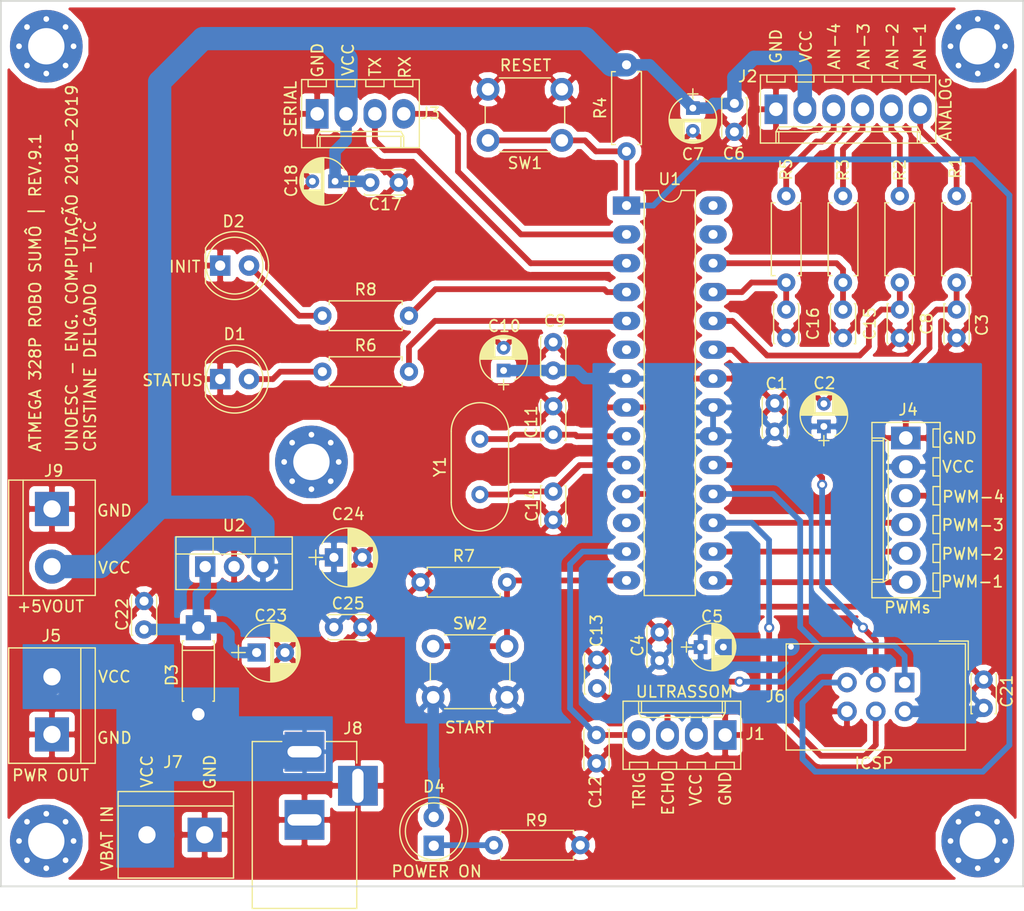
<source format=kicad_pcb>
(kicad_pcb (version 20171130) (host pcbnew "(5.0.0)")
  (title_block (title "TCC Cristiane Delgado") (date 2019-06-02) (rev 0) (company "Unoesc Chapecó") (comment 1 "Eng. de Computação"))
  (layers (0 F.Cu signal) (31 B.Cu signal) (34 B.Paste user) (35 F.Paste user) (36 B.SilkS user) (37 F.SilkS user) (38 B.Mask user) (39 F.Mask user) (44 Edge.Cuts user))
  (net 0 "")
  (net 1 GND)
  (net 2 +5V)
  (net 3 /REFLECT-1IN)
  (net 4 /REFLECT-2IN)
  (net 5 "Net-(C11-Pad2)")
  (net 6 /328P_ICSP_MIS0)
  (net 7 /ULTRASONIC-TRIGGER)
  (net 8 "Net-(C14-Pad2)")
  (net 9 /REFLECT-3IN)
  (net 10 /REFLECT-4IN)
  (net 11 "Net-(C22-Pad1)")
  (net 12 "Net-(D1-Pad2)")
  (net 13 "Net-(D2-Pad2)")
  (net 14 "Net-(D4-Pad1)")
  (net 15 /UART_TX)
  (net 16 /UART_RX)
  (net 17 /PWM-1)
  (net 18 /PWM-2)
  (net 19 /328P_ICSP_MOSI)
  (net 20 /PWM-4)
  (net 21 "Net-(D3-Pad2)")
  (net 22 /328P_ICSP_RESET)
  (net 23 /328P_ICSP_SCK)
  (net 24 /REFLECT-1)
  (net 25 /REFLECT-2)
  (net 26 /REFLECT-3)
  (net 27 /REFLECT-4)
  (net 28 "Net-(R6-Pad2)")
  (net 29 /START)
  (net 30 /INIT)
  (net 31 "Net-(U1-Pad28)")
  (net 32 "Net-(U1-Pad27)")
  (net 33 "Net-(U1-Pad12)")
  (net 34 "Net-(U1-Pad6)")
  (module Mounting_Holes:MountingHole_3.2mm_M3_Pad_Via (layer F.Cu) (at 107.3404 97.6122)
    (fp_text reference REF** hide)
    (fp_text value MountingHole_3.2mm_M3_Pad_Via)
    (pad "" thru_hole circle (at 0 0) (size 6.4 6.4) (drill 3.2) (layers *.Cu *.Mask))
    (pad 1 thru_hole circle (at 2.4 0) (size 0.8 0.8) (drill 0.5) (layers *.Cu *.Mask))
    (pad 1 thru_hole circle (at 1.697056 1.697056) (size 0.8 0.8) (drill 0.5) (layers *.Cu *.Mask))
    (pad 1 thru_hole circle (at 0 2.4) (size 0.8 0.8) (drill 0.5) (layers *.Cu *.Mask))
    (pad 1 thru_hole circle (at -1.697056 1.697056) (size 0.8 0.8) (drill 0.5) (layers *.Cu *.Mask))
    (pad 1 thru_hole circle (at -2.4 0) (size 0.8 0.8) (drill 0.5) (layers *.Cu *.Mask))
    (pad 1 thru_hole circle (at -1.697056 -1.697056) (size 0.8 0.8) (drill 0.5) (layers *.Cu *.Mask))
    (pad 1 thru_hole circle (at 0 -2.4) (size 0.8 0.8) (drill 0.5) (layers *.Cu *.Mask))
    (pad 1 thru_hole circle (at 1.697056 -1.697056) (size 0.8 0.8) (drill 0.5) (layers *.Cu *.Mask))
  )
  (module Mounting_Holes:MountingHole_3.2mm_M3_Pad_Via (layer F.Cu) (at 84 131)
    (fp_text reference REF** hide)
    (fp_text value MountingHole_3.2mm_M3_Pad_Via)
    (pad 1 thru_hole circle (at 1.697056 -1.697056) (size 0.8 0.8) (drill 0.5) (layers *.Cu *.Mask))
    (pad 1 thru_hole circle (at 0 -2.4) (size 0.8 0.8) (drill 0.5) (layers *.Cu *.Mask))
    (pad 1 thru_hole circle (at -1.697056 -1.697056) (size 0.8 0.8) (drill 0.5) (layers *.Cu *.Mask))
    (pad 1 thru_hole circle (at -2.4 0) (size 0.8 0.8) (drill 0.5) (layers *.Cu *.Mask))
    (pad 1 thru_hole circle (at -1.697056 1.697056) (size 0.8 0.8) (drill 0.5) (layers *.Cu *.Mask))
    (pad 1 thru_hole circle (at 0 2.4) (size 0.8 0.8) (drill 0.5) (layers *.Cu *.Mask))
    (pad 1 thru_hole circle (at 1.697056 1.697056) (size 0.8 0.8) (drill 0.5) (layers *.Cu *.Mask))
    (pad 1 thru_hole circle (at 2.4 0) (size 0.8 0.8) (drill 0.5) (layers *.Cu *.Mask))
    (pad "" thru_hole circle (at 0 0) (size 6.4 6.4) (drill 3.2) (layers *.Cu *.Mask))
  )
  (module Mounting_Holes:MountingHole_3.2mm_M3_Pad_Via (layer F.Cu) (at 166 131)
    (fp_text reference REF** hide)
    (fp_text value MountingHole_3.2mm_M3_Pad_Via)
    (pad 1 thru_hole circle (at 1.697056 -1.697056) (size 0.8 0.8) (drill 0.5) (layers *.Cu *.Mask))
    (pad 1 thru_hole circle (at 0 -2.4) (size 0.8 0.8) (drill 0.5) (layers *.Cu *.Mask))
    (pad 1 thru_hole circle (at -1.697056 -1.697056) (size 0.8 0.8) (drill 0.5) (layers *.Cu *.Mask))
    (pad 1 thru_hole circle (at -2.4 0) (size 0.8 0.8) (drill 0.5) (layers *.Cu *.Mask))
    (pad 1 thru_hole circle (at -1.697056 1.697056) (size 0.8 0.8) (drill 0.5) (layers *.Cu *.Mask))
    (pad 1 thru_hole circle (at 0 2.4) (size 0.8 0.8) (drill 0.5) (layers *.Cu *.Mask))
    (pad 1 thru_hole circle (at 1.697056 1.697056) (size 0.8 0.8) (drill 0.5) (layers *.Cu *.Mask))
    (pad 1 thru_hole circle (at 2.4 0) (size 0.8 0.8) (drill 0.5) (layers *.Cu *.Mask))
    (pad "" thru_hole circle (at 0 0) (size 6.4 6.4) (drill 3.2) (layers *.Cu *.Mask))
  )
  (module Capacitors_ThroughHole:C_Disc_D3.4mm_W2.1mm_P2.50mm (layer F.Cu) (at 148.1328 94.9452 90)
    (fp_text reference C1 (at 4.2164 0.1524 180) (layer F.SilkS))
    (fp_text value 0.1uF)
    (pad 1 thru_hole circle (at 0 0 90) (size 1.6 1.6) (drill 0.8) (layers *.Cu *.Mask) (net 2 +5V))
    (pad 2 thru_hole circle (at 2.5 0 90) (size 1.6 1.6) (drill 0.8) (layers *.Cu *.Mask) (net 1 GND))
  )
  (module Capacitors_THT:CP_Radial_D4.0mm_P2.00mm (layer F.Cu) (at 152.4508 94.488 90)
    (fp_text reference C2 (at 3.81 0.0508 180) (layer F.SilkS))
    (fp_text value 10uF)
    (pad 2 thru_hole circle (at 2 0 90) (size 1.2 1.2) (drill 0.6) (layers *.Cu *.Mask) (net 1 GND))
    (pad 1 thru_hole rect (at 0 0 90) (size 1.2 1.2) (drill 0.6) (layers *.Cu *.Mask) (net 2 +5V))
  )
  (module Capacitors_ThroughHole:C_Disc_D3.4mm_W2.1mm_P2.50mm (layer F.Cu) (at 164.1364 84.1896 270)
    (fp_text reference C3 (at 1.3656 -2.2336 90) (layer F.SilkS))
    (fp_text value 0.22u)
    (pad 2 thru_hole circle (at 2.5 0 270) (size 1.6 1.6) (drill 0.8) (layers *.Cu *.Mask) (net 1 GND))
    (pad 1 thru_hole circle (at 0 0 270) (size 1.6 1.6) (drill 0.8) (layers *.Cu *.Mask) (net 24 /REFLECT-1))
  )
  (module Capacitors_ThroughHole:C_Disc_D3.4mm_W2.1mm_P2.50mm (layer F.Cu) (at 137.9855 115.1128 90)
    (fp_text reference C4 (at 1.3208 -1.9304 90) (layer F.SilkS))
    (fp_text value 0.1uF)
    (pad 1 thru_hole circle (at 0 0 90) (size 1.6 1.6) (drill 0.8) (layers *.Cu *.Mask) (net 2 +5V))
    (pad 2 thru_hole circle (at 2.5 0 90) (size 1.6 1.6) (drill 0.8) (layers *.Cu *.Mask) (net 1 GND))
  )
  (module Capacitors_THT:CP_Radial_D4.0mm_P2.00mm (layer F.Cu) (at 141.605 113.919)
    (fp_text reference C5 (at 1 -2.6924) (layer F.SilkS))
    (fp_text value 10uF)
    (pad 1 thru_hole rect (at 0 0) (size 1.2 1.2) (drill 0.6) (layers *.Cu *.Mask) (net 2 +5V))
    (pad 2 thru_hole circle (at 2 0) (size 1.2 1.2) (drill 0.6) (layers *.Cu *.Mask) (net 1 GND))
  )
  (module Capacitors_ThroughHole:C_Disc_D3.4mm_W2.1mm_P2.50mm (layer F.Cu) (at 144.5768 66.04 270)
    (fp_text reference C6 (at 4.4196 0.0508) (layer F.SilkS))
    (fp_text value 0.1uF)
    (pad 2 thru_hole circle (at 2.5 0 270) (size 1.6 1.6) (drill 0.8) (layers *.Cu *.Mask) (net 1 GND))
    (pad 1 thru_hole circle (at 0 0 270) (size 1.6 1.6) (drill 0.8) (layers *.Cu *.Mask) (net 2 +5V))
  )
  (module Capacitors_THT:CP_Radial_D4.0mm_P2.00mm (layer F.Cu) (at 140.9192 66.4464 270)
    (fp_text reference C7 (at 4.064 0) (layer F.SilkS))
    (fp_text value 10uF)
    (pad 1 thru_hole rect (at 0 0 270) (size 1.2 1.2) (drill 0.6) (layers *.Cu *.Mask) (net 2 +5V))
    (pad 2 thru_hole circle (at 2 0 270) (size 1.2 1.2) (drill 0.6) (layers *.Cu *.Mask) (net 1 GND))
  )
  (module Capacitors_ThroughHole:C_Disc_D3.4mm_W2.1mm_P2.50mm (layer F.Cu) (at 159.1364 84.1896 270)
    (fp_text reference C8 (at 1.25 -2.36 270) (layer F.SilkS))
    (fp_text value 0.22u)
    (pad 1 thru_hole circle (at 0 0 270) (size 1.6 1.6) (drill 0.8) (layers *.Cu *.Mask) (net 25 /REFLECT-2))
    (pad 2 thru_hole circle (at 2.5 0 270) (size 1.6 1.6) (drill 0.8) (layers *.Cu *.Mask) (net 1 GND))
  )
  (module Capacitors_ThroughHole:C_Disc_D3.4mm_W2.1mm_P2.50mm (layer F.Cu) (at 128.6256 89.5604 90)
    (fp_text reference C9 (at 4.3688 0.1524 180) (layer F.SilkS))
    (fp_text value 0.1uF)
    (pad 1 thru_hole circle (at 0 0 90) (size 1.6 1.6) (drill 0.8) (layers *.Cu *.Mask) (net 2 +5V))
    (pad 2 thru_hole circle (at 2.5 0 90) (size 1.6 1.6) (drill 0.8) (layers *.Cu *.Mask) (net 1 GND))
  )
  (module Capacitors_THT:CP_Radial_D4.0mm_P2.00mm (layer F.Cu) (at 124.2568 89.5604 90)
    (fp_text reference C10 (at 3.9116 0.0508 180) (layer F.SilkS))
    (fp_text value 10uF)
    (pad 2 thru_hole circle (at 2 0 90) (size 1.2 1.2) (drill 0.6) (layers *.Cu *.Mask) (net 1 GND))
    (pad 1 thru_hole rect (at 0 0 90) (size 1.2 1.2) (drill 0.6) (layers *.Cu *.Mask) (net 2 +5V))
  )
  (module Capacitors_ThroughHole:C_Disc_D3.4mm_W2.1mm_P2.50mm (layer F.Cu) (at 128.6256 92.71 270)
    (fp_text reference C11 (at 1.3716 1.9304 270) (layer F.SilkS))
    (fp_text value 22pF)
    (pad 2 thru_hole circle (at 2.5 0 270) (size 1.6 1.6) (drill 0.8) (layers *.Cu *.Mask) (net 5 "Net-(C11-Pad2)"))
    (pad 1 thru_hole circle (at 0 0 270) (size 1.6 1.6) (drill 0.8) (layers *.Cu *.Mask) (net 1 GND))
  )
  (module Capacitors_ThroughHole:C_Disc_D3.4mm_W2.1mm_P2.50mm (layer F.Cu) (at 132.4356 121.666 270)
    (fp_text reference C12 (at 5.0292 0.1016 270) (layer F.SilkS))
    (fp_text value 100pF)
    (pad 2 thru_hole circle (at 2.5 0 270) (size 1.6 1.6) (drill 0.8) (layers *.Cu *.Mask) (net 1 GND))
    (pad 1 thru_hole circle (at 0 0 270) (size 1.6 1.6) (drill 0.8) (layers *.Cu *.Mask) (net 7 /ULTRASONIC-TRIGGER))
  )
  (module Capacitors_ThroughHole:C_Disc_D3.4mm_W2.1mm_P2.50mm (layer F.Cu) (at 132.4864 117.5512 90)
    (fp_text reference C13 (at 5.08 -0.0508 90) (layer F.SilkS))
    (fp_text value 100pF)
    (pad 1 thru_hole circle (at 0 0 90) (size 1.6 1.6) (drill 0.8) (layers *.Cu *.Mask) (net 6 /328P_ICSP_MIS0))
    (pad 2 thru_hole circle (at 2.5 0 90) (size 1.6 1.6) (drill 0.8) (layers *.Cu *.Mask) (net 1 GND))
  )
  (module Capacitors_ThroughHole:C_Disc_D3.4mm_W2.1mm_P2.50mm (layer F.Cu) (at 128.6256 102.7176 90)
    (fp_text reference C14 (at 1.27 -1.8796 90) (layer F.SilkS))
    (fp_text value 22pF)
    (pad 2 thru_hole circle (at 2.5 0 90) (size 1.6 1.6) (drill 0.8) (layers *.Cu *.Mask) (net 8 "Net-(C14-Pad2)"))
    (pad 1 thru_hole circle (at 0 0 90) (size 1.6 1.6) (drill 0.8) (layers *.Cu *.Mask) (net 1 GND))
  )
  (module Capacitors_ThroughHole:C_Disc_D3.4mm_W2.1mm_P2.50mm (layer F.Cu) (at 154.1364 84.1896 270)
    (fp_text reference C15 (at 1.25 -2.36 270) (layer F.SilkS))
    (fp_text value 0.22u)
    (pad 2 thru_hole circle (at 2.5 0 270) (size 1.6 1.6) (drill 0.8) (layers *.Cu *.Mask) (net 1 GND))
    (pad 1 thru_hole circle (at 0 0 270) (size 1.6 1.6) (drill 0.8) (layers *.Cu *.Mask) (net 26 /REFLECT-3))
  )
  (module Capacitors_ThroughHole:C_Disc_D3.4mm_W2.1mm_P2.50mm (layer F.Cu) (at 149.1364 84.1896 270)
    (fp_text reference C16 (at 1.25 -2.36 270) (layer F.SilkS))
    (fp_text value 0.22u)
    (pad 1 thru_hole circle (at 0 0 270) (size 1.6 1.6) (drill 0.8) (layers *.Cu *.Mask) (net 27 /REFLECT-4))
    (pad 2 thru_hole circle (at 2.5 0 270) (size 1.6 1.6) (drill 0.8) (layers *.Cu *.Mask) (net 1 GND))
  )
  (module Capacitors_ThroughHole:C_Disc_D3.4mm_W2.1mm_P2.50mm (layer F.Cu) (at 112.522 72.9996)
    (fp_text reference C17 (at 1.3208 1.9304) (layer F.SilkS))
    (fp_text value 0.1uF)
    (pad 2 thru_hole circle (at 2.5 0) (size 1.6 1.6) (drill 0.8) (layers *.Cu *.Mask) (net 1 GND))
    (pad 1 thru_hole circle (at 0 0) (size 1.6 1.6) (drill 0.8) (layers *.Cu *.Mask) (net 2 +5V))
  )
  (module Capacitors_THT:CP_Radial_D4.0mm_P2.00mm (layer F.Cu) (at 109.4232 72.898 180)
    (fp_text reference C18 (at 3.8608 0.0508 270) (layer F.SilkS))
    (fp_text value 10uF)
    (pad 1 thru_hole rect (at 0 0 180) (size 1.2 1.2) (drill 0.6) (layers *.Cu *.Mask) (net 2 +5V))
    (pad 2 thru_hole circle (at 2 0 180) (size 1.2 1.2) (drill 0.6) (layers *.Cu *.Mask) (net 1 GND))
  )
  (module Capacitors_ThroughHole:C_Disc_D3.4mm_W2.1mm_P2.50mm (layer F.Cu) (at 166.5224 119.2784 90)
    (fp_text reference C21 (at 1.4732 2.032 90) (layer F.SilkS))
    (fp_text value 0.1uF)
    (pad 2 thru_hole circle (at 2.5 0 90) (size 1.6 1.6) (drill 0.8) (layers *.Cu *.Mask) (net 1 GND))
    (pad 1 thru_hole circle (at 0 0 90) (size 1.6 1.6) (drill 0.8) (layers *.Cu *.Mask) (net 2 +5V))
  )
  (module Capacitors_ThroughHole:C_Disc_D3.4mm_W2.1mm_P2.50mm (layer F.Cu) (at 92.6084 112.3696 90)
    (fp_text reference C22 (at 1.3208 -1.9304 90) (layer F.SilkS))
    (fp_text value 0.1uF)
    (pad 1 thru_hole circle (at 0 0 90) (size 1.6 1.6) (drill 0.8) (layers *.Cu *.Mask) (net 11 "Net-(C22-Pad1)"))
    (pad 2 thru_hole circle (at 2.5 0 90) (size 1.6 1.6) (drill 0.8) (layers *.Cu *.Mask) (net 1 GND))
  )
  (module Capacitors_THT:CP_Radial_D5.0mm_P2.50mm (layer F.Cu) (at 102.5144 114.4016)
    (fp_text reference C23 (at 1.25 -3.2512) (layer F.SilkS))
    (fp_text value 100uF)
    (pad 1 thru_hole rect (at 0 0) (size 1.6 1.6) (drill 0.8) (layers *.Cu *.Mask) (net 11 "Net-(C22-Pad1)"))
    (pad 2 thru_hole circle (at 2.5 0) (size 1.6 1.6) (drill 0.8) (layers *.Cu *.Mask) (net 1 GND))
  )
  (module Capacitors_THT:CP_Radial_D5.0mm_P2.50mm (layer F.Cu) (at 109.3216 106.0196)
    (fp_text reference C24 (at 1.25 -3.81) (layer F.SilkS))
    (fp_text value 47uF)
    (pad 2 thru_hole circle (at 2.5 0) (size 1.6 1.6) (drill 0.8) (layers *.Cu *.Mask) (net 1 GND))
    (pad 1 thru_hole rect (at 0 0) (size 1.6 1.6) (drill 0.8) (layers *.Cu *.Mask) (net 2 +5V))
  )
  (module Capacitors_ThroughHole:C_Disc_D3.4mm_W2.1mm_P2.50mm (layer F.Cu) (at 109.3216 112.1664)
    (fp_text reference C25 (at 1.25 -2.0828) (layer F.SilkS))
    (fp_text value 0.1uF)
    (pad 2 thru_hole circle (at 2.5 0) (size 1.6 1.6) (drill 0.8) (layers *.Cu *.Mask) (net 1 GND))
    (pad 1 thru_hole circle (at 0 0) (size 1.6 1.6) (drill 0.8) (layers *.Cu *.Mask) (net 2 +5V))
  )
  (module LEDs:LED_D5.0mm (layer F.Cu) (at 99.3076 90.318)
    (fp_text reference D1 (at 1.27 -3.96) (layer F.SilkS))
    (fp_text value STATUS)
    (pad 1 thru_hole rect (at 0 0) (size 1.8 1.8) (drill 0.9) (layers *.Cu *.Mask) (net 1 GND))
    (pad 2 thru_hole circle (at 2.54 0) (size 1.8 1.8) (drill 0.9) (layers *.Cu *.Mask) (net 12 "Net-(D1-Pad2)"))
  )
  (module LEDs:LED_D5.0mm (layer F.Cu) (at 99.3076 80.318)
    (fp_text reference D2 (at 1.1748 -3.8894) (layer F.SilkS))
    (fp_text value INIT)
    (pad 2 thru_hole circle (at 2.54 0) (size 1.8 1.8) (drill 0.9) (layers *.Cu *.Mask) (net 13 "Net-(D2-Pad2)"))
    (pad 1 thru_hole rect (at 0 0) (size 1.8 1.8) (drill 0.9) (layers *.Cu *.Mask) (net 1 GND))
  )
  (module Diodes_THT:D_DO-41_SOD81_P7.62mm_Horizontal (layer F.Cu) (at 97.3836 112.2172 270)
    (fp_text reference D3 (at 4.1656 2.3368 270) (layer F.SilkS))
    (fp_text value 1N4007)
    (pad 2 thru_hole oval (at 7.62 0 270) (size 2.2 2.2) (drill 1.1) (layers *.Cu *.Mask) (net 21 "Net-(D3-Pad2)"))
    (pad 1 thru_hole rect (at 0 0 270) (size 2.2 2.2) (drill 1.1) (layers *.Cu *.Mask) (net 11 "Net-(C22-Pad1)"))
  )
  (module LEDs:LED_D5.0mm (layer F.Cu) (at 118.11 131.4196 90)
    (fp_text reference D4 (at 5.207 0.0254 180) (layer F.SilkS))
    (fp_text value PWR)
    (pad 2 thru_hole circle (at 2.54 0 90) (size 1.8 1.8) (drill 0.9) (layers *.Cu *.Mask) (net 2 +5V))
    (pad 1 thru_hole rect (at 0 0 90) (size 1.8 1.8) (drill 0.9) (layers *.Cu *.Mask) (net 14 "Net-(D4-Pad1)"))
  )
  (module Connectors_Molex:Molex_KK-6410-04_04x2.54mm_Straight (layer F.Cu) (at 143.764 121.666 180)
    (fp_text reference J1 (at -2.6416 0.1016 180) (layer F.SilkS))
    (fp_text value ultrassom)
    (pad 1 thru_hole rect (at 0 0 180) (size 2 2.6) (drill 1.2) (layers *.Cu *.Mask) (net 1 GND))
    (pad 2 thru_hole oval (at 2.54 0 180) (size 2 2.6) (drill 1.2) (layers *.Cu *.Mask) (net 2 +5V))
    (pad 3 thru_hole oval (at 5.08 0 180) (size 2 2.6) (drill 1.2) (layers *.Cu *.Mask) (net 6 /328P_ICSP_MIS0))
    (pad 4 thru_hole oval (at 7.62 0 180) (size 2 2.6) (drill 1.2) (layers *.Cu *.Mask) (net 7 /ULTRASONIC-TRIGGER))
  )
  (module Connectors_Molex:Molex_KK-6410-06_06x2.54mm_Straight (layer F.Cu) (at 148.2344 66.548)
    (fp_text reference J2 (at -2.4892 -2.8956) (layer F.SilkS))
    (fp_text value reflectancia-entrada)
    (pad 1 thru_hole rect (at 0 0) (size 2 2.6) (drill 1.2) (layers *.Cu *.Mask) (net 1 GND))
    (pad 2 thru_hole oval (at 2.54 0) (size 2 2.6) (drill 1.2) (layers *.Cu *.Mask) (net 2 +5V))
    (pad 3 thru_hole oval (at 5.08 0) (size 2 2.6) (drill 1.2) (layers *.Cu *.Mask) (net 10 /REFLECT-4IN))
    (pad 4 thru_hole oval (at 7.62 0) (size 2 2.6) (drill 1.2) (layers *.Cu *.Mask) (net 9 /REFLECT-3IN))
    (pad 5 thru_hole oval (at 10.16 0) (size 2 2.6) (drill 1.2) (layers *.Cu *.Mask) (net 4 /REFLECT-2IN))
    (pad 6 thru_hole oval (at 12.7 0) (size 2 2.6) (drill 1.2) (layers *.Cu *.Mask) (net 3 /REFLECT-1IN))
  )
  (module Connectors_Molex:Molex_KK-6410-04_04x2.54mm_Straight (layer F.Cu) (at 107.8484 66.9544)
    (fp_text reference J3 (at 9.9568 -0.0508) (layer F.SilkS))
    (fp_text value "SERIAL UART")
    (pad 4 thru_hole oval (at 7.62 0) (size 2 2.6) (drill 1.2) (layers *.Cu *.Mask) (net 16 /UART_RX))
    (pad 3 thru_hole oval (at 5.08 0) (size 2 2.6) (drill 1.2) (layers *.Cu *.Mask) (net 15 /UART_TX))
    (pad 2 thru_hole oval (at 2.54 0) (size 2 2.6) (drill 1.2) (layers *.Cu *.Mask) (net 2 +5V))
    (pad 1 thru_hole rect (at 0 0) (size 2 2.6) (drill 1.2) (layers *.Cu *.Mask) (net 1 GND))
  )
  (module Connectors_Molex:Molex_KK-6410-06_06x2.54mm_Straight (layer F.Cu) (at 159.6644 95.504 270)
    (fp_text reference J4 (at -2.4892 -0.2032) (layer F.SilkS))
    (fp_text value "ponte H PWM")
    (pad 6 thru_hole oval (at 12.7 0 270) (size 2 2.6) (drill 1.2) (layers *.Cu *.Mask) (net 17 /PWM-1))
    (pad 5 thru_hole oval (at 10.16 0 270) (size 2 2.6) (drill 1.2) (layers *.Cu *.Mask) (net 18 /PWM-2))
    (pad 4 thru_hole oval (at 7.62 0 270) (size 2 2.6) (drill 1.2) (layers *.Cu *.Mask) (net 19 /328P_ICSP_MOSI))
    (pad 3 thru_hole oval (at 5.08 0 270) (size 2 2.6) (drill 1.2) (layers *.Cu *.Mask) (net 20 /PWM-4))
    (pad 2 thru_hole oval (at 2.54 0 270) (size 2 2.6) (drill 1.2) (layers *.Cu *.Mask) (net 2 +5V))
    (pad 1 thru_hole rect (at 0 0 270) (size 2 2.6) (drill 1.2) (layers *.Cu *.Mask) (net 1 GND))
  )
  (module TerminalBlock:TerminalBlock_bornier-2_P5.08mm (layer F.Cu) (at 84.5 121.6152 90)
    (fp_text reference J5 (at 8.6868 -0.0508 180) (layer F.SilkS))
    (fp_text value "PWR OUT")
    (pad 2 thru_hole circle (at 5.08 0 90) (size 3 3) (drill 1.52) (layers *.Cu *.Mask) (net 21 "Net-(D3-Pad2)"))
    (pad 1 thru_hole rect (at 0 0 90) (size 3 3) (drill 1.52) (layers *.Cu *.Mask) (net 1 GND))
  )
  (module Connectors_IDC:IDC-Header_2x03_Pitch2.54mm_Straight (layer F.Cu) (at 159.5628 117.0432 270)
    (fp_text reference J6 (at 1.2192 11.3792) (layer F.SilkS))
    (fp_text value ICSP2)
    (pad 6 thru_hole oval (at 2.54 5.08 270) (size 1.7272 1.7272) (drill 1.016) (layers *.Cu *.Mask) (net 1 GND))
    (pad 5 thru_hole oval (at 0 5.08 270) (size 1.7272 1.7272) (drill 1.016) (layers *.Cu *.Mask) (net 22 /328P_ICSP_RESET))
    (pad 4 thru_hole oval (at 2.54 2.54 270) (size 1.7272 1.7272) (drill 1.016) (layers *.Cu *.Mask) (net 19 /328P_ICSP_MOSI))
    (pad 3 thru_hole oval (at 0 2.54 270) (size 1.7272 1.7272) (drill 1.016) (layers *.Cu *.Mask) (net 23 /328P_ICSP_SCK))
    (pad 2 thru_hole oval (at 2.54 0 270) (size 1.7272 1.7272) (drill 1.016) (layers *.Cu *.Mask) (net 2 +5V))
    (pad 1 thru_hole rect (at 0 0 270) (size 1.7272 1.7272) (drill 1.016) (layers *.Cu *.Mask) (net 6 /328P_ICSP_MIS0))
  )
  (module Connectors:BARREL_JACK (layer F.Cu) (at 106.7308 123.1392 90)
    (fp_text reference J8 (at 2.0574 4.2672) (layer F.SilkS))
    (fp_text value "PWR JACK")
    (pad 3 thru_hole rect (at -3 4.7 90) (size 3.5 3.5) (drill oval 3 1) (layers *.Cu *.Mask) (net 1 GND))
    (pad 2 thru_hole rect (at -6 0 90) (size 3.5 3.5) (drill oval 1 3) (layers *.Cu *.Mask) (net 1 GND))
    (pad 1 thru_hole rect (at 0 0 90) (size 3.5 3.5) (drill oval 1 3) (layers *.Cu *.Mask) (net 21 "Net-(D3-Pad2)"))
  )
  (module Resistors_ThroughHole:R_Axial_DIN0207_L6.3mm_D2.5mm_P7.62mm_Horizontal (layer F.Cu) (at 164.1364 74.1896 270)
    (fp_text reference R1 (at -2.4892 0.1016 270) (layer F.SilkS))
    (fp_text value 1k)
    (pad 2 thru_hole oval (at 7.62 0 270) (size 1.6 1.6) (drill 0.8) (layers *.Cu *.Mask) (net 24 /REFLECT-1))
    (pad 1 thru_hole circle (at 0 0 270) (size 1.6 1.6) (drill 0.8) (layers *.Cu *.Mask) (net 3 /REFLECT-1IN))
  )
  (module Resistors_ThroughHole:R_Axial_DIN0207_L6.3mm_D2.5mm_P7.62mm_Horizontal (layer F.Cu) (at 159.1364 74.1896 270)
    (fp_text reference R2 (at -2.286 0 270) (layer F.SilkS))
    (fp_text value 1k)
    (pad 1 thru_hole circle (at 0 0 270) (size 1.6 1.6) (drill 0.8) (layers *.Cu *.Mask) (net 4 /REFLECT-2IN))
    (pad 2 thru_hole oval (at 7.62 0 270) (size 1.6 1.6) (drill 0.8) (layers *.Cu *.Mask) (net 25 /REFLECT-2))
  )
  (module Resistors_ThroughHole:R_Axial_DIN0207_L6.3mm_D2.5mm_P7.62mm_Horizontal (layer F.Cu) (at 154.1364 74.1896 270)
    (fp_text reference R3 (at -2.286 0 270) (layer F.SilkS))
    (fp_text value 1k)
    (pad 1 thru_hole circle (at 0 0 270) (size 1.6 1.6) (drill 0.8) (layers *.Cu *.Mask) (net 9 /REFLECT-3IN))
    (pad 2 thru_hole oval (at 7.62 0 270) (size 1.6 1.6) (drill 0.8) (layers *.Cu *.Mask) (net 26 /REFLECT-3))
  )
  (module Resistors_ThroughHole:R_Axial_DIN0207_L6.3mm_D2.5mm_P7.62mm_Horizontal (layer F.Cu) (at 135.0772 70.2564 90)
    (fp_text reference R4 (at 3.81 -2.31 90) (layer F.SilkS))
    (fp_text value 10k)
    (pad 2 thru_hole oval (at 7.62 0 90) (size 1.6 1.6) (drill 0.8) (layers *.Cu *.Mask) (net 2 +5V))
    (pad 1 thru_hole circle (at 0 0 90) (size 1.6 1.6) (drill 0.8) (layers *.Cu *.Mask) (net 22 /328P_ICSP_RESET))
  )
  (module Resistors_ThroughHole:R_Axial_DIN0207_L6.3mm_D2.5mm_P7.62mm_Horizontal (layer F.Cu) (at 149.1364 74.1896 270)
    (fp_text reference R5 (at -2.3368 0 270) (layer F.SilkS))
    (fp_text value 1k)
    (pad 2 thru_hole oval (at 7.62 0 270) (size 1.6 1.6) (drill 0.8) (layers *.Cu *.Mask) (net 27 /REFLECT-4))
    (pad 1 thru_hole circle (at 0 0 270) (size 1.6 1.6) (drill 0.8) (layers *.Cu *.Mask) (net 10 /REFLECT-4IN))
  )
  (module Resistors_ThroughHole:R_Axial_DIN0207_L6.3mm_D2.5mm_P7.62mm_Horizontal (layer F.Cu) (at 108.3076 89.662)
    (fp_text reference R6 (at 3.81 -2.31) (layer F.SilkS))
    (fp_text value 470R)
    (pad 1 thru_hole circle (at 0 0) (size 1.6 1.6) (drill 0.8) (layers *.Cu *.Mask) (net 12 "Net-(D1-Pad2)"))
    (pad 2 thru_hole oval (at 7.62 0) (size 1.6 1.6) (drill 0.8) (layers *.Cu *.Mask) (net 28 "Net-(R6-Pad2)"))
  )
  (module Resistors_ThroughHole:R_Axial_DIN0207_L6.3mm_D2.5mm_P7.62mm_Horizontal (layer F.Cu) (at 116.9416 108.204)
    (fp_text reference R7 (at 3.81 -2.31) (layer F.SilkS))
    (fp_text value 10k)
    (pad 1 thru_hole circle (at 0 0) (size 1.6 1.6) (drill 0.8) (layers *.Cu *.Mask) (net 1 GND))
    (pad 2 thru_hole oval (at 7.62 0) (size 1.6 1.6) (drill 0.8) (layers *.Cu *.Mask) (net 29 /START))
  )
  (module Resistors_ThroughHole:R_Axial_DIN0207_L6.3mm_D2.5mm_P7.62mm_Horizontal (layer F.Cu) (at 108.3076 84.7344)
    (fp_text reference R8 (at 3.81 -2.31) (layer F.SilkS))
    (fp_text value 470R)
    (pad 2 thru_hole oval (at 7.62 0) (size 1.6 1.6) (drill 0.8) (layers *.Cu *.Mask) (net 30 /INIT))
    (pad 1 thru_hole circle (at 0 0) (size 1.6 1.6) (drill 0.8) (layers *.Cu *.Mask) (net 13 "Net-(D2-Pad2)"))
  )
  (module Resistors_ThroughHole:R_Axial_DIN0207_L6.3mm_D2.5mm_P7.62mm_Horizontal (layer F.Cu) (at 131.0132 131.3688 180)
    (fp_text reference R9 (at 3.8608 2.1844 180) (layer F.SilkS))
    (fp_text value 470R)
    (pad 2 thru_hole oval (at 7.62 0 180) (size 1.6 1.6) (drill 0.8) (layers *.Cu *.Mask) (net 14 "Net-(D4-Pad1)"))
    (pad 1 thru_hole circle (at 0 0 180) (size 1.6 1.6) (drill 0.8) (layers *.Cu *.Mask) (net 1 GND))
  )
  (module Buttons_Switches_THT:SW_PUSH_6mm_h4.3mm (layer F.Cu) (at 129.3876 69.2912 180)
    (fp_text reference SW1 (at 3.25 -2 180) (layer F.SilkS))
    (fp_text value RESET)
    (pad 1 thru_hole circle (at 6.5 0 270) (size 2 2) (drill 1.1) (layers *.Cu *.Mask) (net 22 /328P_ICSP_RESET))
    (pad 2 thru_hole circle (at 6.5 4.5 270) (size 2 2) (drill 1.1) (layers *.Cu *.Mask) (net 1 GND))
    (pad 1 thru_hole circle (at 0 0 270) (size 2 2) (drill 1.1) (layers *.Cu *.Mask) (net 22 /328P_ICSP_RESET))
    (pad 2 thru_hole circle (at 0 4.5 270) (size 2 2) (drill 1.1) (layers *.Cu *.Mask) (net 1 GND))
  )
  (module Buttons_Switches_THT:SW_PUSH_6mm_h4.3mm (layer F.Cu) (at 118.0592 113.8428)
    (fp_text reference SW2 (at 3.25 -2) (layer F.SilkS))
    (fp_text value START)
    (pad 2 thru_hole circle (at 0 4.5 90) (size 2 2) (drill 1.1) (layers *.Cu *.Mask) (net 2 +5V))
    (pad 1 thru_hole circle (at 0 0 90) (size 2 2) (drill 1.1) (layers *.Cu *.Mask) (net 29 /START))
    (pad 2 thru_hole circle (at 6.5 4.5 90) (size 2 2) (drill 1.1) (layers *.Cu *.Mask) (net 2 +5V))
    (pad 1 thru_hole circle (at 6.5 0 90) (size 2 2) (drill 1.1) (layers *.Cu *.Mask) (net 29 /START))
  )
  (module Housings_DIP:DIP-28_W7.62mm_LongPads (layer F.Cu) (at 135.0772 75.0316)
    (fp_text reference U1 (at 3.81 -2.33) (layer F.SilkS))
    (fp_text value ATmega328P-PU)
    (pad 28 thru_hole oval (at 7.62 0) (size 2.4 1.6) (drill 0.8) (layers *.Cu *.Mask) (net 31 "Net-(U1-Pad28)"))
    (pad 14 thru_hole oval (at 0 33.02) (size 2.4 1.6) (drill 0.8) (layers *.Cu *.Mask) (net 29 /START))
    (pad 27 thru_hole oval (at 7.62 2.54) (size 2.4 1.6) (drill 0.8) (layers *.Cu *.Mask) (net 32 "Net-(U1-Pad27)"))
    (pad 13 thru_hole oval (at 0 30.48) (size 2.4 1.6) (drill 0.8) (layers *.Cu *.Mask) (net 7 /ULTRASONIC-TRIGGER))
    (pad 26 thru_hole oval (at 7.62 5.08) (size 2.4 1.6) (drill 0.8) (layers *.Cu *.Mask) (net 26 /REFLECT-3))
    (pad 12 thru_hole oval (at 0 27.94) (size 2.4 1.6) (drill 0.8) (layers *.Cu *.Mask) (net 33 "Net-(U1-Pad12)"))
    (pad 25 thru_hole oval (at 7.62 7.62) (size 2.4 1.6) (drill 0.8) (layers *.Cu *.Mask) (net 27 /REFLECT-4))
    (pad 11 thru_hole oval (at 0 25.4) (size 2.4 1.6) (drill 0.8) (layers *.Cu *.Mask) (net 20 /PWM-4))
    (pad 24 thru_hole oval (at 7.62 10.16) (size 2.4 1.6) (drill 0.8) (layers *.Cu *.Mask) (net 25 /REFLECT-2))
    (pad 10 thru_hole oval (at 0 22.86) (size 2.4 1.6) (drill 0.8) (layers *.Cu *.Mask) (net 8 "Net-(C14-Pad2)"))
    (pad 23 thru_hole oval (at 7.62 12.7) (size 2.4 1.6) (drill 0.8) (layers *.Cu *.Mask) (net 24 /REFLECT-1))
    (pad 9 thru_hole oval (at 0 20.32) (size 2.4 1.6) (drill 0.8) (layers *.Cu *.Mask) (net 5 "Net-(C11-Pad2)"))
    (pad 22 thru_hole oval (at 7.62 15.24) (size 2.4 1.6) (drill 0.8) (layers *.Cu *.Mask) (net 1 GND))
    (pad 8 thru_hole oval (at 0 17.78) (size 2.4 1.6) (drill 0.8) (layers *.Cu *.Mask) (net 1 GND))
    (pad 21 thru_hole oval (at 7.62 17.78) (size 2.4 1.6) (drill 0.8) (layers *.Cu *.Mask) (net 2 +5V))
    (pad 7 thru_hole oval (at 0 15.24) (size 2.4 1.6) (drill 0.8) (layers *.Cu *.Mask) (net 2 +5V))
    (pad 20 thru_hole oval (at 7.62 20.32) (size 2.4 1.6) (drill 0.8) (layers *.Cu *.Mask) (net 2 +5V))
    (pad 6 thru_hole oval (at 0 12.7) (size 2.4 1.6) (drill 0.8) (layers *.Cu *.Mask) (net 34 "Net-(U1-Pad6)"))
    (pad 19 thru_hole oval (at 7.62 22.86) (size 2.4 1.6) (drill 0.8) (layers *.Cu *.Mask) (net 23 /328P_ICSP_SCK))
    (pad 5 thru_hole oval (at 0 10.16) (size 2.4 1.6) (drill 0.8) (layers *.Cu *.Mask) (net 28 "Net-(R6-Pad2)"))
    (pad 18 thru_hole oval (at 7.62 25.4) (size 2.4 1.6) (drill 0.8) (layers *.Cu *.Mask) (net 6 /328P_ICSP_MIS0))
    (pad 4 thru_hole oval (at 0 7.62) (size 2.4 1.6) (drill 0.8) (layers *.Cu *.Mask) (net 30 /INIT))
    (pad 17 thru_hole oval (at 7.62 27.94) (size 2.4 1.6) (drill 0.8) (layers *.Cu *.Mask) (net 19 /328P_ICSP_MOSI))
    (pad 3 thru_hole oval (at 0 5.08) (size 2.4 1.6) (drill 0.8) (layers *.Cu *.Mask) (net 15 /UART_TX))
    (pad 16 thru_hole oval (at 7.62 30.48) (size 2.4 1.6) (drill 0.8) (layers *.Cu *.Mask) (net 18 /PWM-2))
    (pad 2 thru_hole oval (at 0 2.54) (size 2.4 1.6) (drill 0.8) (layers *.Cu *.Mask) (net 16 /UART_RX))
    (pad 15 thru_hole oval (at 7.62 33.02) (size 2.4 1.6) (drill 0.8) (layers *.Cu *.Mask) (net 17 /PWM-1))
    (pad 1 thru_hole rect (at 0 0) (size 2.4 1.6) (drill 0.8) (layers *.Cu *.Mask) (net 22 /328P_ICSP_RESET))
  )
  (module TO_SOT_Packages_THT:TO-220-3_Vertical (layer F.Cu) (at 97.9932 106.8324)
    (fp_text reference U2 (at 2.54 -3.62) (layer F.SilkS))
    (fp_text value LM7805_TO220)
    (pad 3 thru_hole oval (at 5.08 0) (size 1.8 1.8) (drill 1) (layers *.Cu *.Mask) (net 2 +5V))
    (pad 2 thru_hole oval (at 2.54 0) (size 1.8 1.8) (drill 1) (layers *.Cu *.Mask) (net 1 GND))
    (pad 1 thru_hole rect (at 0 0) (size 1.8 1.8) (drill 1) (layers *.Cu *.Mask) (net 11 "Net-(C22-Pad1)"))
  )
  (module Crystals:Crystal_HC49-U_Vertical (layer F.Cu) (at 122.174 100.4824 90)
    (fp_text reference Y1 (at 2.44 -3.525 90) (layer F.SilkS))
    (fp_text value 16Mhz)
    (pad 2 thru_hole circle (at 4.88 0 90) (size 1.5 1.5) (drill 0.8) (layers *.Cu *.Mask) (net 5 "Net-(C11-Pad2)"))
    (pad 1 thru_hole circle (at 0 0 90) (size 1.5 1.5) (drill 0.8) (layers *.Cu *.Mask) (net 8 "Net-(C14-Pad2)"))
  )
  (module TerminalBlock:TerminalBlock_bornier-2_P5.08mm (layer F.Cu) (at 97.9424 130.4544 180)
    (fp_text reference J7 (at 2.794 6.4008) (layer F.SilkS))
    (fp_text value "PWR IN")
    (pad 2 thru_hole circle (at 5.08 0 180) (size 3 3) (drill 1.52) (layers *.Cu *.Mask) (net 21 "Net-(D3-Pad2)"))
    (pad 1 thru_hole rect (at 0 0 180) (size 3 3) (drill 1.52) (layers *.Cu *.Mask) (net 1 GND))
  )
  (module Mounting_Holes:MountingHole_3.2mm_M3_Pad_Via (layer F.Cu) (at 84 61)
    (fp_text reference REF** hide)
    (fp_text value MountingHole_3.2mm_M3_Pad_Via)
    (pad "" thru_hole circle (at 0 0) (size 6.4 6.4) (drill 3.2) (layers *.Cu *.Mask))
    (pad 1 thru_hole circle (at 2.4 0) (size 0.8 0.8) (drill 0.5) (layers *.Cu *.Mask))
    (pad 1 thru_hole circle (at 1.697056 1.697056) (size 0.8 0.8) (drill 0.5) (layers *.Cu *.Mask))
    (pad 1 thru_hole circle (at 0 2.4) (size 0.8 0.8) (drill 0.5) (layers *.Cu *.Mask))
    (pad 1 thru_hole circle (at -1.697056 1.697056) (size 0.8 0.8) (drill 0.5) (layers *.Cu *.Mask))
    (pad 1 thru_hole circle (at -2.4 0) (size 0.8 0.8) (drill 0.5) (layers *.Cu *.Mask))
    (pad 1 thru_hole circle (at -1.697056 -1.697056) (size 0.8 0.8) (drill 0.5) (layers *.Cu *.Mask))
    (pad 1 thru_hole circle (at 0 -2.4) (size 0.8 0.8) (drill 0.5) (layers *.Cu *.Mask))
    (pad 1 thru_hole circle (at 1.697056 -1.697056) (size 0.8 0.8) (drill 0.5) (layers *.Cu *.Mask))
  )
  (module Mounting_Holes:MountingHole_3.2mm_M3_Pad_Via (layer F.Cu) (at 166 61)
    (fp_text reference REF** hide)
    (fp_text value MountingHole_3.2mm_M3_Pad_Via)
    (pad "" thru_hole circle (at 0 0) (size 6.4 6.4) (drill 3.2) (layers *.Cu *.Mask))
    (pad 1 thru_hole circle (at 2.4 0) (size 0.8 0.8) (drill 0.5) (layers *.Cu *.Mask))
    (pad 1 thru_hole circle (at 1.697056 1.697056) (size 0.8 0.8) (drill 0.5) (layers *.Cu *.Mask))
    (pad 1 thru_hole circle (at 0 2.4) (size 0.8 0.8) (drill 0.5) (layers *.Cu *.Mask))
    (pad 1 thru_hole circle (at -1.697056 1.697056) (size 0.8 0.8) (drill 0.5) (layers *.Cu *.Mask))
    (pad 1 thru_hole circle (at -2.4 0) (size 0.8 0.8) (drill 0.5) (layers *.Cu *.Mask))
    (pad 1 thru_hole circle (at -1.697056 -1.697056) (size 0.8 0.8) (drill 0.5) (layers *.Cu *.Mask))
    (pad 1 thru_hole circle (at 0 -2.4) (size 0.8 0.8) (drill 0.5) (layers *.Cu *.Mask))
    (pad 1 thru_hole circle (at 1.697056 -1.697056) (size 0.8 0.8) (drill 0.5) (layers *.Cu *.Mask))
  )
  (module TerminalBlock:TerminalBlock_bornier-2_P5.08mm (layer F.Cu) (at 84.5 101.7524 270)
    (fp_text reference J9 (at -3.3528 -0.1524) (layer F.SilkS))
    (fp_text value 5VOUT)
    (pad 2 thru_hole circle (at 5.08 0 270) (size 3 3) (drill 1.52) (layers *.Cu *.Mask) (net 2 +5V))
    (pad 1 thru_hole rect (at 0 0 270) (size 3 3) (drill 1.52) (layers *.Cu *.Mask) (net 1 GND))
  )
  (gr_text VCC (at 90 106.934) (layer F.SilkS) (effects (font (size 1 1))))
  (gr_text GND (at 90 101.9048) (layer F.SilkS) (effects (font (size 1 1))))
  (gr_text +5VOUT (at 84.3788 110.3376) (layer F.SilkS) (effects (font (size 1 1))))
  (gr_text "ATMEGA 328P ROBO SUMÔ | REV.9.1\n\nUNOESC - ENG. COMPUTAÇÃO 2018-2019\nCRISTIANE DELGADO - TCC" (at 85.4456 96.8248 90) (layer F.SilkS) (effects (font (size 1 1)) (justify left)))
  (gr_line (start 80 135) (end 80 57) (layer Edge.Cuts) (width 0.15))
  (gr_line (start 170 135) (end 80 135) (layer Edge.Cuts) (width 0.15))
  (gr_line (start 170 57) (end 170 135) (layer Edge.Cuts) (width 0.15))
  (gr_line (start 80 57) (end 170 57) (layer Edge.Cuts) (width 0.15))
  (gr_text "POWER ON" (at 118.364 133.6802) (layer F.SilkS) (effects (font (size 1 1))))
  (gr_text VCC (at 90 116.5352) (layer F.SilkS) (effects (font (size 1 1))))
  (gr_text VCC (at 92.8624 124.8664 90) (layer F.SilkS) (effects (font (size 1 1))))
  (gr_text GND (at 98.3996 124.9172 90) (layer F.SilkS) (effects (font (size 1 1))))
  (gr_text GND (at 90 121.92) (layer F.SilkS) (effects (font (size 1 1))))
  (gr_text "PWR OUT" (at 84.3788 125.222) (layer F.SilkS) (effects (font (size 1 1))))
  (gr_text "VBAT IN" (at 89.3572 130.7592 90) (layer F.SilkS) (effects (font (size 1 1))))
  (gr_text ICSP (at 156.8704 124.1552) (layer F.SilkS) (effects (font (size 1 1))))
  (gr_text PWMs (at 159.8168 110.4392) (layer F.SilkS) (effects (font (size 1 1))))
  (gr_text PWM-1 (at 165.5064 108.1532) (layer F.SilkS) (effects (font (size 1 1))))
  (gr_text PWM-2 (at 165.5572 105.7148) (layer F.SilkS) (effects (font (size 1 1))))
  (gr_text PWM-3 (at 165.5572 103.1748) (layer F.SilkS) (effects (font (size 1 1))))
  (gr_text "PWM-4\n" (at 165.608 100.6856) (layer F.SilkS) (effects (font (size 1 1))))
  (gr_text VCC (at 164.2872 98.044) (layer F.SilkS) (effects (font (size 1 1))))
  (gr_text GND (at 164.3888 95.504) (layer F.SilkS) (effects (font (size 1 1))))
  (gr_text RX (at 115.57 62.865 90) (layer F.SilkS) (effects (font (size 1 1))))
  (gr_text TX (at 112.9538 62.8142 90) (layer F.SilkS) (effects (font (size 1 1))))
  (gr_text VCC (at 110.5662 62.1792 90) (layer F.SilkS) (effects (font (size 1 1))))
  (gr_text GND (at 107.8738 62.23 90) (layer F.SilkS) (effects (font (size 1 1))))
  (gr_text SERIAL (at 105.5116 66.548 90) (layer F.SilkS) (effects (font (size 1 1))))
  (gr_text ECHO (at 138.7348 126.746 90) (layer F.SilkS) (effects (font (size 1 1))))
  (gr_text TRIG (at 136.1948 126.5428 90) (layer F.SilkS) (effects (font (size 1 1))))
  (gr_text VCC (at 141.1732 126.492 90) (layer F.SilkS) (effects (font (size 1 1))))
  (gr_text GND (at 143.764 126.3904 90) (layer F.SilkS) (effects (font (size 1 1))))
  (gr_text ULTRASSOM (at 140.1826 117.856) (layer F.SilkS) (effects (font (size 1 1))))
  (gr_text AN-4 (at 153.3652 61 90) (layer F.SilkS) (effects (font (size 1 1))))
  (gr_text AN-3 (at 155.956 61 90) (layer F.SilkS) (effects (font (size 1 1))))
  (gr_text AN-2 (at 158.496 61 90) (layer F.SilkS) (effects (font (size 1 1))))
  (gr_text AN-1 (at 160.909 61 90) (layer F.SilkS) (effects (font (size 1 1))))
  (gr_text VCC (at 150.876 61 90) (layer F.SilkS) (effects (font (size 1 1))))
  (gr_text GND (at 148.2344 61 90) (layer F.SilkS) (effects (font (size 1 1))))
  (gr_text ANALOG (at 163.1696 66.548 90) (layer F.SilkS) (effects (font (size 1 1))))
  (gr_text INIT (at 96.1898 80.4164) (layer F.SilkS) (effects (font (size 1 1))))
  (gr_text STATUS (at 95.123 90.424) (layer F.SilkS) (effects (font (size 1 1))))
  (gr_text RESET (at 126.1872 62.6872) (layer F.SilkS) (effects (font (size 1 1))))
  (gr_text START (at 121.2596 121.0056) (layer F.SilkS) (effects (font (size 1 1))))
  (via (at 149.5552 113.8936) (size 0.89) (drill 0.51) (layers F.Cu B.Cu) (net 1))
  (segment (start 143.605 113.919) (end 149.5298 113.919) (width 1.524) (layer B.Cu) (net 1))
  (segment (start 149.5298 113.919) (end 149.5552 113.8936) (width 1.524) (layer B.Cu) (net 1))
  (segment (start 88.7476 106.8324) (end 84.6328 106.8324) (width 2.048) (layer B.Cu) (net 2))
  (segment (start 93.98 101.6) (end 88.7476 106.8324) (width 2.048) (layer B.Cu) (net 2))
  (segment (start 93.98 101.6) (end 93.98 64.135) (width 2.048) (layer B.Cu) (net 2))
  (segment (start 93.98 64.135) (end 97.79 60.325) (width 2.048) (layer B.Cu) (net 2))
  (segment (start 97.79 60.325) (end 108.585 60.325) (width 2.048) (layer B.Cu) (net 2))
  (segment (start 110.3884 62.1284) (end 110.3884 66.9544) (width 2.048) (layer B.Cu) (net 2))
  (segment (start 108.585 60.325) (end 110.3884 62.1284) (width 2.048) (layer B.Cu) (net 2))
  (segment (start 135.0772 62.6364) (end 133.7564 62.6364) (width 2.048) (layer B.Cu) (net 2))
  (segment (start 133.7564 62.6364) (end 131.445 60.325) (width 2.048) (layer B.Cu) (net 2))
  (segment (start 108.585 60.325) (end 131.445 60.325) (width 2.048) (layer B.Cu) (net 2))
  (segment (start 137.1092 62.6364) (end 140.9192 66.4464) (width 1.016) (layer B.Cu) (net 2))
  (segment (start 135.0772 62.6364) (end 137.1092 62.6364) (width 1.016) (layer B.Cu) (net 2))
  (segment (start 109.4232 70.2356) (end 109.4232 72.898) (width 1.016) (layer B.Cu) (net 2))
  (segment (start 110.3884 66.9544) (end 110.3884 69.2704) (width 1.016) (layer B.Cu) (net 2))
  (segment (start 110.3884 69.2704) (end 109.4232 70.2356) (width 1.016) (layer B.Cu) (net 2))
  (segment (start 112.4204 72.898) (end 112.522 72.9996) (width 1.016) (layer B.Cu) (net 2))
  (segment (start 109.4232 72.898) (end 112.4204 72.898) (width 1.016) (layer B.Cu) (net 2))
  (segment (start 135.0772 90.2716) (end 131.4196 90.2716) (width 1.016) (layer B.Cu) (net 2))
  (segment (start 130.7084 89.5604) (end 128.6256 89.5604) (width 1.016) (layer B.Cu) (net 2))
  (segment (start 131.4196 90.2716) (end 130.7084 89.5604) (width 1.016) (layer B.Cu) (net 2))
  (segment (start 128.6256 89.5604) (end 124.2568 89.5604) (width 1.016) (layer B.Cu) (net 2))
  (segment (start 141.224 121.666) (end 141.224 119.38) (width 1.016) (layer B.Cu) (net 2))
  (segment (start 166.2176 119.5832) (end 166.5224 119.2784) (width 1.016) (layer B.Cu) (net 2))
  (segment (start 159.5628 119.5832) (end 166.2176 119.5832) (width 1.016) (layer B.Cu) (net 2))
  (segment (start 118.0592 118.3428) (end 118.0592 124.6632) (width 1.016) (layer B.Cu) (net 2))
  (segment (start 118.11 124.714) (end 118.11 128.8796) (width 1.016) (layer B.Cu) (net 2))
  (segment (start 118.0592 124.6632) (end 118.11 124.714) (width 1.016) (layer B.Cu) (net 2))
  (segment (start 135.0772 90.2716) (end 135.4772 90.2716) (width 1.016) (layer F.Cu) (net 2))
  (segment (start 93.98 101.6) (end 101.6 101.6) (width 2.048) (layer B.Cu) (net 2))
  (segment (start 103.0732 103.0732) (end 103.0732 106.8324) (width 2.048) (layer B.Cu) (net 2))
  (segment (start 101.6 101.6) (end 103.0732 103.0732) (width 2.048) (layer B.Cu) (net 2))
  (segment (start 150.7744 66.548) (end 150.7744 62.8904) (width 1.27) (layer B.Cu) (net 2))
  (segment (start 150.7744 62.8904) (end 149.9108 62.0268) (width 1.27) (layer B.Cu) (net 2))
  (segment (start 149.9108 62.0268) (end 146.2786 62.0268) (width 1.27) (layer B.Cu) (net 2))
  (segment (start 144.5768 63.7286) (end 144.5768 66.04) (width 1.27) (layer B.Cu) (net 2))
  (segment (start 146.2786 62.0268) (end 144.5768 63.7286) (width 1.27) (layer B.Cu) (net 2))
  (segment (start 144.5768 66.04) (end 142.7226 66.04) (width 1.016) (layer B.Cu) (net 2))
  (segment (start 142.5352 66.4464) (end 140.9192 66.4464) (width 1.016) (layer B.Cu) (net 2))
  (segment (start 142.7226 66.259) (end 142.5352 66.4464) (width 1.016) (layer B.Cu) (net 2))
  (segment (start 142.7226 66.04) (end 142.7226 66.259) (width 1.016) (layer B.Cu) (net 2))
  (segment (start 164.1364 71.558) (end 164.1364 74.1896) (width 0.508) (layer F.Cu) (net 3))
  (segment (start 160.9344 66.548) (end 160.9344 68.356) (width 0.508) (layer F.Cu) (net 3))
  (segment (start 160.9344 68.356) (end 164.1364 71.558) (width 0.508) (layer F.Cu) (net 3))
  (segment (start 158.3944 68.356) (end 159.1564 69.118) (width 0.508) (layer F.Cu) (net 4))
  (segment (start 158.3944 66.548) (end 158.3944 68.356) (width 0.508) (layer F.Cu) (net 4))
  (segment (start 159.1364 69.138) (end 159.1364 74.1896) (width 0.508) (layer F.Cu) (net 4))
  (segment (start 159.1564 69.118) (end 159.1364 69.138) (width 0.508) (layer F.Cu) (net 4))
  (segment (start 135.0772 95.3516) (end 130.7084 95.3516) (width 0.508) (layer F.Cu) (net 5))
  (segment (start 130.5668 95.21) (end 128.6256 95.21) (width 0.508) (layer F.Cu) (net 5))
  (segment (start 130.7084 95.3516) (end 130.5668 95.21) (width 0.508) (layer F.Cu) (net 5))
  (segment (start 122.174 95.6024) (end 124.8696 95.6024) (width 0.508) (layer F.Cu) (net 5))
  (segment (start 125.262 95.21) (end 128.6256 95.21) (width 0.508) (layer F.Cu) (net 5))
  (segment (start 124.8696 95.6024) (end 125.262 95.21) (width 0.508) (layer F.Cu) (net 5))
  (segment (start 133.286399 118.351199) (end 138.061599 118.351199) (width 0.508) (layer F.Cu) (net 6))
  (segment (start 132.4864 117.5512) (end 133.286399 118.351199) (width 0.508) (layer F.Cu) (net 6))
  (segment (start 138.684 118.9736) (end 138.684 121.666) (width 0.508) (layer F.Cu) (net 6))
  (segment (start 138.061599 118.351199) (end 138.684 118.9736) (width 0.508) (layer F.Cu) (net 6))
  (segment (start 142.6972 100.4316) (end 147.9804 100.4316) (width 0.508) (layer B.Cu) (net 6))
  (segment (start 147.9804 100.4316) (end 150.368 102.8192) (width 0.508) (layer B.Cu) (net 6))
  (segment (start 150.368 102.8192) (end 150.368 112.1664) (width 0.508) (layer B.Cu) (net 6))
  (segment (start 150.368 112.1664) (end 151.9936 113.792) (width 0.508) (layer B.Cu) (net 6))
  (segment (start 151.9936 113.792) (end 158.6484 113.792) (width 0.508) (layer B.Cu) (net 6))
  (segment (start 159.5628 114.7064) (end 159.5628 117.0432) (width 0.508) (layer B.Cu) (net 6))
  (segment (start 158.6484 113.792) (end 159.5628 114.7064) (width 0.508) (layer B.Cu) (net 6))
  (segment (start 138.684 121.666) (end 138.684 118.6815) (width 0.508) (layer F.Cu) (net 6))
  (segment (start 138.684 118.6815) (end 140.3985 116.967) (width 0.508) (layer F.Cu) (net 6))
  (via (at 145.034 116.967) (size 0.89) (drill 0.51) (layers F.Cu B.Cu) (net 6))
  (segment (start 140.3985 116.967) (end 145.034 116.967) (width 0.508) (layer F.Cu) (net 6))
  (segment (start 148.8186 116.967) (end 151.9936 113.792) (width 0.508) (layer B.Cu) (net 6))
  (segment (start 145.034 116.967) (end 148.8186 116.967) (width 0.508) (layer B.Cu) (net 6))
  (segment (start 132.4356 121.666) (end 136.144 121.666) (width 0.508) (layer F.Cu) (net 7))
  (segment (start 131.635601 120.866001) (end 131.635601 120.840601) (width 0.508) (layer B.Cu) (net 7))
  (segment (start 132.4356 121.666) (end 131.635601 120.866001) (width 0.508) (layer B.Cu) (net 7))
  (segment (start 131.635601 120.840601) (end 130.1115 119.3165) (width 0.508) (layer B.Cu) (net 7))
  (segment (start 130.1115 119.3165) (end 130.1115 106.6165) (width 0.508) (layer B.Cu) (net 7))
  (segment (start 131.2164 105.5116) (end 135.0772 105.5116) (width 0.508) (layer B.Cu) (net 7))
  (segment (start 130.1115 106.6165) (end 131.2164 105.5116) (width 0.508) (layer B.Cu) (net 7))
  (segment (start 130.9516 97.8916) (end 128.6256 100.2176) (width 0.508) (layer F.Cu) (net 8))
  (segment (start 135.0772 97.8916) (end 130.9516 97.8916) (width 0.508) (layer F.Cu) (net 8))
  (segment (start 122.174 100.4824) (end 124.8156 100.4824) (width 0.508) (layer F.Cu) (net 8))
  (segment (start 125.0804 100.2176) (end 128.6256 100.2176) (width 0.508) (layer F.Cu) (net 8))
  (segment (start 124.8156 100.4824) (end 125.0804 100.2176) (width 0.508) (layer F.Cu) (net 8))
  (segment (start 154.1364 70.074) (end 154.1364 74.1896) (width 0.508) (layer F.Cu) (net 9))
  (segment (start 155.8544 66.548) (end 155.8544 68.356) (width 0.508) (layer F.Cu) (net 9))
  (segment (start 155.8544 68.356) (end 154.1364 70.074) (width 0.508) (layer F.Cu) (net 9))
  (segment (start 153.3144 68.356) (end 153.3144 66.548) (width 0.508) (layer F.Cu) (net 10))
  (segment (start 152.2776 69.3928) (end 153.3144 68.356) (width 0.508) (layer F.Cu) (net 10))
  (segment (start 151.7904 69.3928) (end 152.2776 69.3928) (width 0.508) (layer F.Cu) (net 10))
  (segment (start 149.1364 72.0468) (end 151.7904 69.3928) (width 0.508) (layer F.Cu) (net 10))
  (segment (start 149.1364 74.1896) (end 149.1364 72.0468) (width 0.508) (layer F.Cu) (net 10))
  (segment (start 97.3836 112.2172) (end 97.3836 109.2708) (width 1.016) (layer B.Cu) (net 11))
  (segment (start 97.9932 108.7484) (end 97.9932 106.8324) (width 1.016) (layer B.Cu) (net 11))
  (segment (start 97.4708 109.2708) (end 97.9932 108.7484) (width 1.016) (layer B.Cu) (net 11))
  (segment (start 97.3836 109.2708) (end 97.4708 109.2708) (width 1.016) (layer B.Cu) (net 11))
  (segment (start 97.2312 112.3696) (end 97.3836 112.2172) (width 1.016) (layer B.Cu) (net 11))
  (segment (start 92.6084 112.3696) (end 97.2312 112.3696) (width 1.016) (layer B.Cu) (net 11))
  (segment (start 100.6984 114.4016) (end 100.076 113.7792) (width 1.016) (layer B.Cu) (net 11))
  (segment (start 102.5144 114.4016) (end 100.6984 114.4016) (width 1.016) (layer B.Cu) (net 11))
  (segment (start 99.4996 112.2172) (end 97.3836 112.2172) (width 1.016) (layer B.Cu) (net 11))
  (segment (start 100.076 112.7936) (end 99.4996 112.2172) (width 1.016) (layer B.Cu) (net 11))
  (segment (start 100.076 113.7792) (end 100.076 112.7936) (width 1.016) (layer B.Cu) (net 11))
  (segment (start 108.3076 89.662) (end 104.5972 89.662) (width 0.508) (layer F.Cu) (net 12))
  (segment (start 103.9412 90.318) (end 101.8476 90.318) (width 0.508) (layer F.Cu) (net 12))
  (segment (start 104.5972 89.662) (end 103.9412 90.318) (width 0.508) (layer F.Cu) (net 12))
  (segment (start 106.264 84.7344) (end 108.3076 84.7344) (width 0.508) (layer F.Cu) (net 13))
  (segment (start 101.8476 80.318) (end 106.264 84.7344) (width 0.508) (layer F.Cu) (net 13))
  (segment (start 118.1608 131.3688) (end 118.11 131.4196) (width 0.508) (layer B.Cu) (net 14))
  (segment (start 123.3932 131.3688) (end 118.1608 131.3688) (width 0.508) (layer B.Cu) (net 14))
  (segment (start 135.0772 80.1116) (end 126.6444 80.1116) (width 0.508) (layer F.Cu) (net 15))
  (segment (start 126.6444 80.1116) (end 116.6876 70.1548) (width 0.508) (layer F.Cu) (net 15))
  (segment (start 116.6876 70.1548) (end 113.792 70.1548) (width 0.508) (layer F.Cu) (net 15))
  (segment (start 112.9284 69.2912) (end 112.9284 66.9544) (width 0.508) (layer F.Cu) (net 15))
  (segment (start 113.792 70.1548) (end 112.9284 69.2912) (width 0.508) (layer F.Cu) (net 15))
  (segment (start 125.7856 77.5716) (end 120.2436 72.0296) (width 0.508) (layer F.Cu) (net 16))
  (segment (start 135.0772 77.5716) (end 125.7856 77.5716) (width 0.508) (layer F.Cu) (net 16))
  (segment (start 120.2436 72.0296) (end 120.2436 68.7324) (width 0.508) (layer F.Cu) (net 16))
  (segment (start 118.4656 66.9544) (end 115.4684 66.9544) (width 0.508) (layer F.Cu) (net 16))
  (segment (start 120.2436 68.7324) (end 118.4656 66.9544) (width 0.508) (layer F.Cu) (net 16))
  (segment (start 142.8496 108.204) (end 142.6972 108.0516) (width 0.508) (layer F.Cu) (net 17))
  (segment (start 159.6644 108.204) (end 142.8496 108.204) (width 0.508) (layer F.Cu) (net 17))
  (segment (start 159.512 105.5116) (end 159.6644 105.664) (width 0.508) (layer F.Cu) (net 18))
  (segment (start 142.6972 105.5116) (end 159.512 105.5116) (width 0.508) (layer F.Cu) (net 18))
  (segment (start 159.512 102.9716) (end 159.6644 103.124) (width 0.508) (layer F.Cu) (net 19))
  (segment (start 142.6972 102.9716) (end 159.512 102.9716) (width 0.508) (layer F.Cu) (net 19))
  (segment (start 147.6248 104.4956) (end 146.1008 102.9716) (width 0.508) (layer B.Cu) (net 19))
  (segment (start 146.1008 102.9716) (end 142.6972 102.9716) (width 0.508) (layer B.Cu) (net 19))
  (segment (start 147.6375 112.2045) (end 147.6248 104.4956) (width 0.508) (layer B.Cu) (net 19))
  (segment (start 157.0228 120.804514) (end 157.0228 119.5832) (width 0.508) (layer F.Cu) (net 19))
  (segment (start 147.6248 118.9228) (end 152.1968 123.4948) (width 0.508) (layer F.Cu) (net 19))
  (segment (start 152.1968 123.4948) (end 156.0576 123.4948) (width 0.508) (layer F.Cu) (net 19))
  (segment (start 156.0576 123.4948) (end 157.0228 122.5296) (width 0.508) (layer F.Cu) (net 19))
  (segment (start 157.0228 122.5296) (end 157.0228 120.804514) (width 0.508) (layer F.Cu) (net 19))
  (segment (start 147.6375 112.2045) (end 147.6248 118.9228) (width 0.508) (layer F.Cu) (net 19))
  (via (at 147.6375 112.2045) (size 0.889) (drill 0.508) (layers F.Cu B.Cu) (net 19))
  (segment (start 161.4724 100.584) (end 163.703 102.8146) (width 0.508) (layer F.Cu) (net 20))
  (segment (start 159.6644 100.584) (end 161.4724 100.584) (width 0.508) (layer F.Cu) (net 20))
  (segment (start 163.703 102.8146) (end 163.703 108.458) (width 0.508) (layer F.Cu) (net 20))
  (segment (start 163.703 108.458) (end 161.798 110.363) (width 0.508) (layer F.Cu) (net 20))
  (segment (start 161.798 110.363) (end 141.224 110.363) (width 0.508) (layer F.Cu) (net 20))
  (segment (start 141.224 110.363) (end 139.192 108.331) (width 0.508) (layer F.Cu) (net 20))
  (segment (start 139.192 108.331) (end 139.192 101.854) (width 0.508) (layer F.Cu) (net 20))
  (segment (start 137.7696 100.4316) (end 135.0772 100.4316) (width 0.508) (layer F.Cu) (net 20))
  (segment (start 139.192 101.854) (end 137.7696 100.4316) (width 0.508) (layer F.Cu) (net 20))
  (segment (start 84.3788 116.5352) (end 87.2998 116.5352) (width 3) (layer B.Cu) (net 21))
  (segment (start 96.283601 120.937199) (end 96.172199 120.937199) (width 3) (layer B.Cu) (net 21))
  (segment (start 97.3836 119.8372) (end 96.283601 120.937199) (width 3) (layer B.Cu) (net 21))
  (segment (start 106.7308 123.1392) (end 103.5558 123.1392) (width 3) (layer B.Cu) (net 21))
  (segment (start 92.8624 128.33308) (end 92.79932 128.27) (width 3) (layer B.Cu) (net 21))
  (segment (start 92.8624 130.4544) (end 92.8624 128.33308) (width 3) (layer B.Cu) (net 21))
  (segment (start 84.0232 116.8908) (end 84.3788 116.5352) (width 3) (layer B.Cu) (net 21))
  (segment (start 83.5406 116.8908) (end 84.0232 116.8908) (width 3) (layer B.Cu) (net 21))
  (segment (start 92.8624 130.4544) (end 92.8624 130.683) (width 3) (layer B.Cu) (net 21))
  (segment (start 92.8624 130.4544) (end 91.6432 130.4544) (width 2.048) (layer B.Cu) (net 21))
  (segment (start 92.8624 130.4544) (end 94.2594 130.4544) (width 2.048) (layer B.Cu) (net 21))
  (segment (start 106.7308 123.1392) (end 106.7308 122.5042) (width 2.048) (layer B.Cu) (net 21))
  (segment (start 106.7308 123.1392) (end 106.7308 122.7836) (width 2.048) (layer B.Cu) (net 21))
  (segment (start 106.7308 123.1392) (end 106.7308 122.8598) (width 2.048) (layer B.Cu) (net 21))
  (segment (start 84.3788 116.5352) (end 84.3788 115.2652) (width 2.048) (layer B.Cu) (net 21))
  (segment (start 135.0772 75.0316) (end 135.0772 70.2564) (width 0.508) (layer F.Cu) (net 22))
  (segment (start 129.3876 69.2912) (end 131.4196 69.2912) (width 0.508) (layer F.Cu) (net 22))
  (segment (start 132.3848 70.2564) (end 135.0772 70.2564) (width 0.508) (layer F.Cu) (net 22))
  (segment (start 131.4196 69.2912) (end 132.3848 70.2564) (width 0.508) (layer F.Cu) (net 22))
  (segment (start 122.8876 69.2912) (end 129.3876 69.2912) (width 0.508) (layer F.Cu) (net 22))
  (segment (start 135.0772 75.0316) (end 135.4772 75.0316) (width 0.508) (layer B.Cu) (net 22))
  (segment (start 137.4394 75.0316) (end 135.0772 75.0316) (width 0.508) (layer B.Cu) (net 22))
  (segment (start 141.5034 70.9676) (end 137.4394 75.0316) (width 0.508) (layer B.Cu) (net 22))
  (segment (start 165.6334 70.9676) (end 141.5034 70.9676) (width 0.508) (layer B.Cu) (net 22))
  (segment (start 168.783 74.1172) (end 165.6334 70.9676) (width 0.508) (layer B.Cu) (net 22))
  (segment (start 168.783 122.555) (end 168.783 74.1172) (width 0.508) (layer B.Cu) (net 22))
  (segment (start 152.3492 117.0432) (end 150.5712 118.8212) (width 0.508) (layer B.Cu) (net 22))
  (segment (start 150.5712 118.8212) (end 150.5712 123.7742) (width 0.508) (layer B.Cu) (net 22))
  (segment (start 150.5712 123.7742) (end 151.6888 124.8918) (width 0.508) (layer B.Cu) (net 22))
  (segment (start 151.6888 124.8918) (end 166.4462 124.8918) (width 0.508) (layer B.Cu) (net 22))
  (segment (start 166.4462 124.8918) (end 168.783 122.555) (width 0.508) (layer B.Cu) (net 22))
  (segment (start 154.4828 117.0432) (end 152.3492 117.0432) (width 0.508) (layer B.Cu) (net 22))
  (via (at 152.2984 99.6188) (size 0.889) (drill 0.508) (layers F.Cu B.Cu) (net 23))
  (segment (start 152.2984 98.990183) (end 151.199817 97.8916) (width 0.508) (layer F.Cu) (net 23))
  (segment (start 152.2984 99.6188) (end 152.2984 98.990183) (width 0.508) (layer F.Cu) (net 23))
  (segment (start 151.199817 97.8916) (end 142.6972 97.8916) (width 0.508) (layer F.Cu) (net 23))
  (via (at 155.8925 112.2045) (size 0.889) (drill 0.508) (layers F.Cu B.Cu) (net 23))
  (segment (start 152.2984 108.6104) (end 152.2984 99.6188) (width 0.508) (layer B.Cu) (net 23))
  (segment (start 155.8925 112.2045) (end 152.2984 108.6104) (width 0.508) (layer B.Cu) (net 23))
  (segment (start 157.0228 113.3348) (end 157.0228 117.0432) (width 0.508) (layer F.Cu) (net 23))
  (segment (start 155.8925 112.2045) (end 157.0228 113.3348) (width 0.508) (layer F.Cu) (net 23))
  (segment (start 164.1364 81.8096) (end 164.1364 84.1896) (width 0.508) (layer F.Cu) (net 24))
  (segment (start 144.4052 87.7316) (end 145.7768 89.1032) (width 0.508) (layer F.Cu) (net 24))
  (segment (start 142.6972 87.7316) (end 144.4052 87.7316) (width 0.508) (layer F.Cu) (net 24))
  (segment (start 145.7768 89.1032) (end 160.2232 89.1032) (width 0.508) (layer F.Cu) (net 24))
  (segment (start 160.2232 89.1032) (end 161.7472 87.5792) (width 0.508) (layer F.Cu) (net 24))
  (segment (start 161.7472 87.5792) (end 161.7472 84.836) (width 0.508) (layer F.Cu) (net 24))
  (segment (start 162.3936 84.1896) (end 164.1364 84.1896) (width 0.508) (layer F.Cu) (net 24))
  (segment (start 161.7472 84.836) (end 162.3936 84.1896) (width 0.508) (layer F.Cu) (net 24))
  (segment (start 159.1364 81.8096) (end 159.1364 84.1896) (width 0.508) (layer F.Cu) (net 25))
  (segment (start 157.5168 84.1896) (end 159.1364 84.1896) (width 0.508) (layer F.Cu) (net 25))
  (segment (start 144.4052 85.1916) (end 147.4532 88.2396) (width 0.508) (layer F.Cu) (net 25))
  (segment (start 142.6972 85.1916) (end 144.4052 85.1916) (width 0.508) (layer F.Cu) (net 25))
  (segment (start 147.4532 88.2396) (end 155.6004 88.2396) (width 0.508) (layer F.Cu) (net 25))
  (segment (start 155.6004 88.2396) (end 156.4132 87.4268) (width 0.508) (layer F.Cu) (net 25))
  (segment (start 156.4132 87.4268) (end 156.4132 85.2932) (width 0.508) (layer F.Cu) (net 25))
  (segment (start 156.4132 85.2932) (end 157.5168 84.1896) (width 0.508) (layer F.Cu) (net 25))
  (segment (start 154.1364 81.8096) (end 154.1364 84.1896) (width 0.508) (layer F.Cu) (net 26))
  (segment (start 154.1364 80.67823) (end 153.56977 80.1116) (width 0.508) (layer F.Cu) (net 26))
  (segment (start 154.1364 81.8096) (end 154.1364 80.67823) (width 0.508) (layer F.Cu) (net 26))
  (segment (start 153.56977 80.1116) (end 142.6972 80.1116) (width 0.508) (layer F.Cu) (net 26))
  (segment (start 149.1364 81.8096) (end 146.0792 81.8096) (width 0.508) (layer F.Cu) (net 27))
  (segment (start 145.2372 82.6516) (end 142.6972 82.6516) (width 0.508) (layer F.Cu) (net 27))
  (segment (start 146.0792 81.8096) (end 145.2372 82.6516) (width 0.508) (layer F.Cu) (net 27))
  (segment (start 149.1364 84.1896) (end 149.1364 81.8096) (width 0.508) (layer F.Cu) (net 27))
  (segment (start 135.0772 85.1916) (end 118.2116 85.1916) (width 0.508) (layer F.Cu) (net 28))
  (segment (start 115.9276 87.4756) (end 115.9276 89.662) (width 0.508) (layer F.Cu) (net 28))
  (segment (start 118.2116 85.1916) (end 115.9276 87.4756) (width 0.508) (layer F.Cu) (net 28))
  (segment (start 124.714 108.0516) (end 124.5616 108.204) (width 0.508) (layer F.Cu) (net 29))
  (segment (start 135.0772 108.0516) (end 124.714 108.0516) (width 0.508) (layer F.Cu) (net 29))
  (segment (start 124.5592 108.2064) (end 124.5616 108.204) (width 0.508) (layer F.Cu) (net 29))
  (segment (start 124.5592 113.8428) (end 124.5592 108.2064) (width 0.508) (layer F.Cu) (net 29))
  (segment (start 119.473413 113.8428) (end 124.5592 113.8428) (width 0.508) (layer F.Cu) (net 29))
  (segment (start 118.0592 113.8428) (end 119.473413 113.8428) (width 0.508) (layer F.Cu) (net 29))
  (segment (start 133.3692 82.6516) (end 133.1152 82.3976) (width 0.508) (layer F.Cu) (net 30))
  (segment (start 135.0772 82.6516) (end 133.3692 82.6516) (width 0.508) (layer F.Cu) (net 30))
  (segment (start 118.2644 82.3976) (end 115.9276 84.7344) (width 0.508) (layer F.Cu) (net 30))
  (segment (start 133.1152 82.3976) (end 118.2644 82.3976) (width 0.508) (layer F.Cu) (net 30))
  (zone (net 1) (net_name GND) (layer F.Cu) (connect_pads (clearance 0.508)) (min_thickness 0.254) (fill yes (arc_segments 16) (thermal_gap 0.508) (thermal_bridge_width 0.508))
    (polygon (pts (xy 80.5688 57.5056) (xy 169.4688 57.3024) (xy 169.418 134.5184) (xy 80.4164 134.4168)))
  )
  (zone (net 2) (net_name +5V) (layer B.Cu) (connect_pads (clearance 0.508)) (min_thickness 0.254) (fill yes (arc_segments 16) (thermal_gap 0.508) (thermal_bridge_width 0.508))
    (polygon (pts (xy 95.25 113.03) (xy 95.25 104.14) (xy 132.08 104.14) (xy 132.08 88.9) (xy 146.6088 88.9) (xy 155.6512 88.9) (xy 166.37 88.9) (xy 166.37 99.06) (xy 166.37 120.65) (xy 115.57 120.65) (xy 115.57 113.03)))
  )
  (zone (net 21) (net_name "Net-(D3-Pad2)") (layer B.Cu) (connect_pads thru_hole_only (clearance 0.127)) (min_thickness 0.127) (fill yes (arc_segments 32) (thermal_gap 0.127) (thermal_bridge_width 0.384))
    (polygon (pts (xy 81.915 113.665) (xy 95.25 113.665) (xy 95.25 117.475) (xy 100.965 117.475) (xy 100.965 120.015) (xy 109.22 120.015) (xy 109.22 125.73) (xy 95.25 125.73) (xy 95.25 133.35) (xy 90.17 133.35) (xy 90.17 119.38) (xy 81.915 119.38)))
  )
)
</source>
